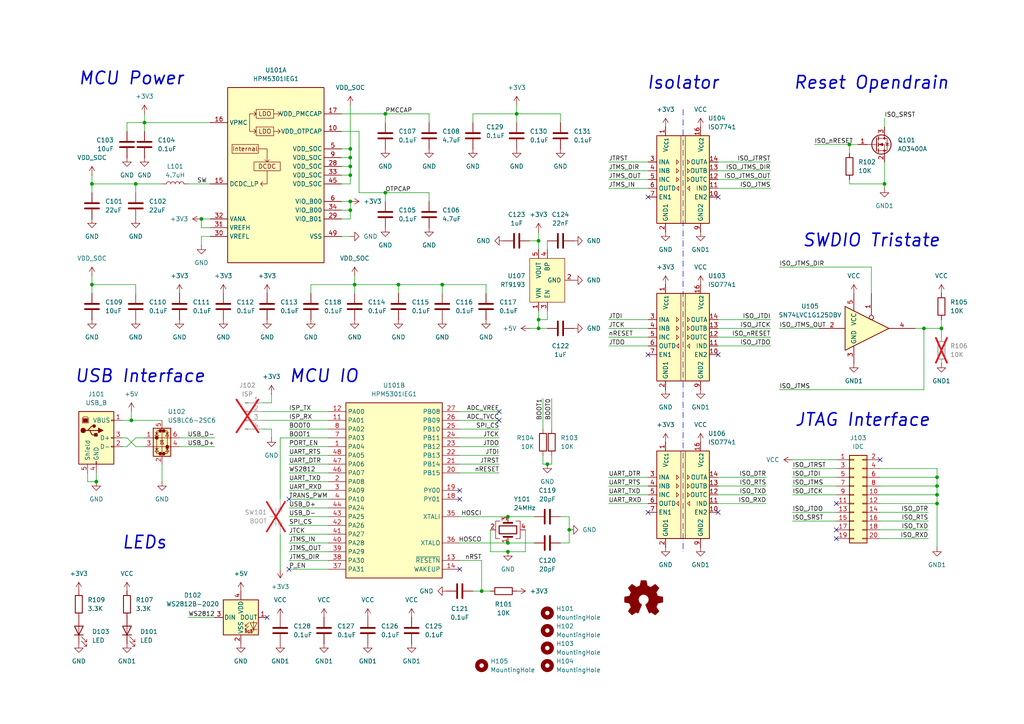
<source format=kicad_sch>
(kicad_sch (version 20250114) (generator "eeschema") (generator_version "9.0")
  (paper "A4")
  (text "JTAG Interface" (at 250.19 121.92 0) (effects (font (size 3.62 3.62) (thickness 0.4525) (italic yes))))
  (text "Isolator" (at 198.12 24.13 0) (effects (font (size 3.62 3.62) (thickness 0.4525) (italic yes))))
  (text "USB Interface" (at 40.64 109.22 0) (effects (font (size 3.62 3.62) (thickness 0.4525) (italic yes))))
  (text "Reset Opendrain" (at 252.73 24.13 0) (effects (font (size 3.62 3.62) (thickness 0.4525) (italic yes))))
  (text "MCU Power" (at 38.1 22.86 0) (effects (font (size 3.62 3.62) (thickness 0.4525) (italic yes))))
  (text "MCU IO" (at 93.98 109.22 0) (effects (font (size 3.62 3.62) (thickness 0.4525) (italic yes))))
  (text "SWDIO Tristate" (at 252.73 69.85 0) (effects (font (size 3.62 3.62) (thickness 0.4525) (italic yes))))
  (text "LEDs" (at 41.91 157.48 0) (effects (font (size 3.62 3.62) (thickness 0.4525) (italic yes))))
  (junction (at 101.6 48.26))
  (junction (at 115.57 82.55))
  (junction (at 271.78 146.05))
  (junction (at 271.78 138.43))
  (junction (at 256.54 53.34))
  (junction (at 271.78 140.97))
  (junction (at 26.67 82.55))
  (junction (at 273.05 95.25))
  (junction (at 101.6 58.42))
  (junction (at 139.7 171.45))
  (junction (at 158.75 134.62))
  (junction (at 102.87 82.55))
  (junction (at 41.91 35.56))
  (junction (at 147.32 149.86))
  (junction (at 271.78 143.51))
  (junction (at 101.6 50.8))
  (junction (at 156.21 95.25))
  (junction (at 111.76 33.02))
  (junction (at 101.6 60.96))
  (junction (at 165.1 153.67))
  (junction (at 128.27 82.55))
  (junction (at 147.32 160.02))
  (junction (at 101.6 45.72))
  (junction (at 111.76 55.88))
  (junction (at 149.86 33.02))
  (junction (at 101.6 43.18))
  (junction (at 58.42 63.5))
  (junction (at 39.37 53.34))
  (junction (at 27.94 139.7))
  (junction (at 156.21 69.85))
  (junction (at 246.38 41.91))
  (junction (at 147.32 157.48))
  (junction (at 38.1 121.92))
  (junction (at 267.97 95.25))
  (junction (at 26.67 53.34))
  (junction (at 156.21 92.71))
  (no_connect (at 83.82 144.78))
  (no_connect (at 187.96 148.59))
  (no_connect (at 133.35 142.24))
  (no_connect (at 208.28 102.87))
  (no_connect (at 208.28 148.59))
  (no_connect (at 187.96 57.15))
  (no_connect (at 242.57 146.05))
  (no_connect (at 208.28 57.15))
  (no_connect (at 144.78 121.92))
  (no_connect (at 133.35 165.1))
  (no_connect (at 133.35 144.78))
  (no_connect (at 187.96 102.87))
  (no_connect (at 242.57 153.67))
  (no_connect (at 144.78 119.38))
  (no_connect (at 83.82 165.1))
  (no_connect (at 255.27 133.35))
  (no_connect (at 242.57 156.21))
  (no_connect (at 77.47 179.07))
  (wire (pts (xy 139.7 171.45) (xy 142.24 171.45)))
  (wire (pts (xy 208.28 140.97) (xy 222.25 140.97)))
  (wire (pts (xy 142.24 160.02) (xy 147.32 160.02)))
  (wire (pts (xy 111.76 33.02) (xy 124.46 33.02)))
  (wire (pts (xy 41.91 127) (xy 39.37 127)))
  (wire (pts (xy 25.4 137.16) (xy 25.4 139.7)))
  (wire (pts (xy 271.78 143.51) (xy 271.78 146.05)))
  (wire (pts (xy 156.21 69.85) (xy 156.21 67.31)))
  (wire (pts (xy 226.06 77.47) (xy 252.73 77.47)))
  (wire (pts (xy 256.54 53.34) (xy 256.54 46.99)))
  (wire (pts (xy 83.82 157.48) (xy 95.25 157.48)))
  (wire (pts (xy 176.53 140.97) (xy 187.96 140.97)))
  (wire (pts (xy 226.06 95.25) (xy 237.49 95.25)))
  (wire (pts (xy 115.57 82.55) (xy 102.87 82.55)))
  (wire (pts (xy 176.53 52.07) (xy 187.96 52.07)))
  (wire (pts (xy 160.02 115.57) (xy 160.02 124.46)))
  (wire (pts (xy 144.78 124.46) (xy 133.35 124.46)))
  (wire (pts (xy 246.38 41.91) (xy 248.92 41.91)))
  (wire (pts (xy 255.27 143.51) (xy 271.78 143.51)))
  (wire (pts (xy 255.27 148.59) (xy 269.24 148.59)))
  (wire (pts (xy 187.96 100.33) (xy 176.53 100.33)))
  (wire (pts (xy 208.28 95.25) (xy 223.52 95.25)))
  (wire (pts (xy 99.06 50.8) (xy 101.6 50.8)))
  (wire (pts (xy 137.16 171.45) (xy 139.7 171.45)))
  (wire (pts (xy 223.52 49.53) (xy 208.28 49.53)))
  (wire (pts (xy 149.86 33.02) (xy 137.16 33.02)))
  (wire (pts (xy 83.82 147.32) (xy 95.25 147.32)))
  (wire (pts (xy 60.96 66.04) (xy 58.42 66.04)))
  (wire (pts (xy 208.28 54.61) (xy 223.52 54.61)))
  (wire (pts (xy 41.91 35.56) (xy 41.91 38.1)))
  (wire (pts (xy 157.48 132.08) (xy 157.48 134.62)))
  (wire (pts (xy 81.28 127) (xy 95.25 127)))
  (wire (pts (xy 156.21 92.71) (xy 158.75 92.71)))
  (wire (pts (xy 78.74 114.3) (xy 78.74 116.84)))
  (wire (pts (xy 83.82 124.46) (xy 95.25 124.46)))
  (wire (pts (xy 162.56 35.56) (xy 162.56 33.02)))
  (wire (pts (xy 76.2 119.38) (xy 95.25 119.38)))
  (wire (pts (xy 58.42 66.04) (xy 58.42 63.5)))
  (polyline (pts (xy 198.12 31.75) (xy 198.12 160.02)) (stroke (width 0) (type dash_dot)))
  (wire (pts (xy 273.05 92.71) (xy 273.05 95.25)))
  (wire (pts (xy 36.83 127) (xy 39.37 129.54)))
  (wire (pts (xy 58.42 68.58) (xy 58.42 71.12)))
  (wire (pts (xy 229.87 148.59) (xy 242.57 148.59)))
  (wire (pts (xy 187.96 46.99) (xy 176.53 46.99)))
  (wire (pts (xy 156.21 95.25) (xy 156.21 92.71)))
  (wire (pts (xy 252.73 85.09) (xy 252.73 77.47)))
  (wire (pts (xy 99.06 43.18) (xy 101.6 43.18)))
  (wire (pts (xy 124.46 33.02) (xy 124.46 35.56)))
  (wire (pts (xy 111.76 55.88) (xy 111.76 58.42)))
  (wire (pts (xy 267.97 95.25) (xy 267.97 113.03)))
  (wire (pts (xy 83.82 154.94) (xy 95.25 154.94)))
  (wire (pts (xy 38.1 119.38) (xy 38.1 121.92)))
  (wire (pts (xy 149.86 33.02) (xy 149.86 35.56)))
  (wire (pts (xy 176.53 143.51) (xy 187.96 143.51)))
  (wire (pts (xy 26.67 53.34) (xy 39.37 53.34)))
  (wire (pts (xy 208.28 146.05) (xy 222.25 146.05)))
  (wire (pts (xy 83.82 137.16) (xy 95.25 137.16)))
  (wire (pts (xy 26.67 82.55) (xy 26.67 85.09)))
  (wire (pts (xy 39.37 53.34) (xy 46.99 53.34)))
  (wire (pts (xy 133.35 121.92) (xy 144.78 121.92)))
  (wire (pts (xy 236.22 41.91) (xy 246.38 41.91)))
  (wire (pts (xy 156.21 72.39) (xy 156.21 69.85)))
  (wire (pts (xy 165.1 153.67) (xy 165.1 157.48)))
  (wire (pts (xy 99.06 63.5) (xy 101.6 63.5)))
  (wire (pts (xy 140.97 85.09) (xy 140.97 82.55)))
  (wire (pts (xy 102.87 80.01) (xy 102.87 82.55)))
  (wire (pts (xy 39.37 129.54) (xy 41.91 129.54)))
  (wire (pts (xy 137.16 33.02) (xy 137.16 35.56)))
  (wire (pts (xy 58.42 63.5) (xy 60.96 63.5)))
  (wire (pts (xy 78.74 116.84) (xy 76.2 116.84)))
  (wire (pts (xy 255.27 138.43) (xy 271.78 138.43)))
  (wire (pts (xy 124.46 58.42) (xy 124.46 55.88)))
  (wire (pts (xy 256.54 54.61) (xy 256.54 53.34)))
  (wire (pts (xy 176.53 54.61) (xy 187.96 54.61)))
  (wire (pts (xy 149.86 30.48) (xy 149.86 33.02)))
  (wire (pts (xy 147.32 157.48) (xy 154.94 157.48)))
  (wire (pts (xy 81.28 165.1) (xy 81.28 154.94)))
  (wire (pts (xy 101.6 63.5) (xy 101.6 60.96)))
  (wire (pts (xy 176.53 138.43) (xy 187.96 138.43)))
  (wire (pts (xy 271.78 140.97) (xy 271.78 143.51)))
  (wire (pts (xy 165.1 149.86) (xy 165.1 153.67)))
  (wire (pts (xy 104.14 38.1) (xy 99.06 38.1)))
  (wire (pts (xy 133.35 129.54) (xy 144.78 129.54)))
  (wire (pts (xy 26.67 53.34) (xy 26.67 55.88)))
  (wire (pts (xy 83.82 149.86) (xy 95.25 149.86)))
  (wire (pts (xy 265.43 95.25) (xy 267.97 95.25)))
  (wire (pts (xy 271.78 135.89) (xy 271.78 138.43)))
  (wire (pts (xy 78.74 127) (xy 78.74 124.46)))
  (wire (pts (xy 99.06 53.34) (xy 101.6 53.34)))
  (wire (pts (xy 153.67 95.25) (xy 156.21 95.25)))
  (wire (pts (xy 273.05 95.25) (xy 273.05 97.79)))
  (wire (pts (xy 35.56 127) (xy 36.83 127)))
  (wire (pts (xy 229.87 140.97) (xy 242.57 140.97)))
  (wire (pts (xy 255.27 146.05) (xy 271.78 146.05)))
  (wire (pts (xy 26.67 80.01) (xy 26.67 82.55)))
  (wire (pts (xy 229.87 133.35) (xy 242.57 133.35)))
  (wire (pts (xy 83.82 162.56) (xy 95.25 162.56)))
  (wire (pts (xy 158.75 92.71) (xy 158.75 90.17)))
  (wire (pts (xy 160.02 134.62) (xy 158.75 134.62)))
  (wire (pts (xy 99.06 68.58) (xy 101.6 68.58)))
  (wire (pts (xy 142.24 153.67) (xy 142.24 160.02)))
  (wire (pts (xy 246.38 53.34) (xy 256.54 53.34)))
  (wire (pts (xy 115.57 82.55) (xy 115.57 85.09)))
  (wire (pts (xy 255.27 151.13) (xy 269.24 151.13)))
  (wire (pts (xy 99.06 45.72) (xy 101.6 45.72)))
  (wire (pts (xy 246.38 41.91) (xy 246.38 44.45)))
  (wire (pts (xy 52.07 127) (xy 62.23 127)))
  (wire (pts (xy 229.87 138.43) (xy 242.57 138.43)))
  (wire (pts (xy 52.07 129.54) (xy 62.23 129.54)))
  (wire (pts (xy 133.35 162.56) (xy 139.7 162.56)))
  (wire (pts (xy 256.54 34.29) (xy 256.54 36.83)))
  (wire (pts (xy 83.82 129.54) (xy 95.25 129.54)))
  (wire (pts (xy 83.82 132.08) (xy 95.25 132.08)))
  (wire (pts (xy 99.06 33.02) (xy 111.76 33.02)))
  (wire (pts (xy 147.32 160.02) (xy 152.4 160.02)))
  (wire (pts (xy 229.87 151.13) (xy 242.57 151.13)))
  (wire (pts (xy 78.74 124.46) (xy 76.2 124.46)))
  (wire (pts (xy 90.17 82.55) (xy 90.17 85.09)))
  (wire (pts (xy 101.6 48.26) (xy 101.6 45.72)))
  (wire (pts (xy 99.06 60.96) (xy 101.6 60.96)))
  (wire (pts (xy 255.27 153.67) (xy 269.24 153.67)))
  (wire (pts (xy 128.27 82.55) (xy 128.27 85.09)))
  (wire (pts (xy 133.35 119.38) (xy 144.78 119.38)))
  (wire (pts (xy 128.27 82.55) (xy 115.57 82.55)))
  (wire (pts (xy 165.1 157.48) (xy 162.56 157.48)))
  (wire (pts (xy 271.78 146.05) (xy 271.78 158.75)))
  (wire (pts (xy 187.96 97.79) (xy 176.53 97.79)))
  (wire (pts (xy 83.82 165.1) (xy 95.25 165.1)))
  (wire (pts (xy 140.97 82.55) (xy 128.27 82.55)))
  (wire (pts (xy 101.6 60.96) (xy 101.6 58.42)))
  (wire (pts (xy 208.28 138.43) (xy 222.25 138.43)))
  (wire (pts (xy 39.37 85.09) (xy 39.37 82.55)))
  (wire (pts (xy 176.53 95.25) (xy 187.96 95.25)))
  (wire (pts (xy 99.06 58.42) (xy 101.6 58.42)))
  (wire (pts (xy 208.28 52.07) (xy 223.52 52.07)))
  (wire (pts (xy 102.87 82.55) (xy 102.87 85.09)))
  (wire (pts (xy 83.82 152.4) (xy 95.25 152.4)))
  (wire (pts (xy 162.56 149.86) (xy 165.1 149.86)))
  (wire (pts (xy 36.83 35.56) (xy 41.91 35.56)))
  (wire (pts (xy 153.67 69.85) (xy 156.21 69.85)))
  (wire (pts (xy 271.78 138.43) (xy 271.78 140.97)))
  (wire (pts (xy 255.27 135.89) (xy 271.78 135.89)))
  (wire (pts (xy 81.28 127) (xy 81.28 144.78)))
  (wire (pts (xy 27.94 139.7) (xy 27.94 137.16)))
  (wire (pts (xy 139.7 162.56) (xy 139.7 171.45)))
  (wire (pts (xy 229.87 143.51) (xy 242.57 143.51)))
  (wire (pts (xy 152.4 160.02) (xy 152.4 153.67)))
  (wire (pts (xy 133.35 127) (xy 144.78 127)))
  (wire (pts (xy 39.37 53.34) (xy 39.37 55.88)))
  (wire (pts (xy 160.02 132.08) (xy 160.02 134.62)))
  (wire (pts (xy 162.56 33.02) (xy 149.86 33.02)))
  (wire (pts (xy 83.82 139.7) (xy 95.25 139.7)))
  (wire (pts (xy 35.56 129.54) (xy 36.83 129.54)))
  (wire (pts (xy 255.27 156.21) (xy 269.24 156.21)))
  (wire (pts (xy 208.28 100.33) (xy 223.52 100.33)))
  (wire (pts (xy 208.28 46.99) (xy 223.52 46.99)))
  (wire (pts (xy 26.67 50.8) (xy 26.67 53.34)))
  (wire (pts (xy 246.38 52.07) (xy 246.38 53.34)))
  (wire (pts (xy 39.37 127) (xy 36.83 129.54)))
  (wire (pts (xy 111.76 55.88) (xy 124.46 55.88)))
  (wire (pts (xy 208.28 143.51) (xy 222.25 143.51)))
  (wire (pts (xy 158.75 69.85) (xy 158.75 72.39)))
  (wire (pts (xy 41.91 33.02) (xy 41.91 35.56)))
  (wire (pts (xy 133.35 157.48) (xy 147.32 157.48)))
  (wire (pts (xy 54.61 179.07) (xy 62.23 179.07)))
  (wire (pts (xy 176.53 49.53) (xy 187.96 49.53)))
  (wire (pts (xy 208.28 97.79) (xy 223.52 97.79)))
  (wire (pts (xy 229.87 135.89) (xy 242.57 135.89)))
  (wire (pts (xy 36.83 38.1) (xy 36.83 35.56)))
  (wire (pts (xy 158.75 95.25) (xy 156.21 95.25)))
  (wire (pts (xy 101.6 30.48) (xy 101.6 43.18)))
  (wire (pts (xy 133.35 134.62) (xy 144.78 134.62)))
  (wire (pts (xy 39.37 82.55) (xy 26.67 82.55)))
  (wire (pts (xy 83.82 144.78) (xy 95.25 144.78)))
  (wire (pts (xy 226.06 113.03) (xy 267.97 113.03)))
  (wire (pts (xy 133.35 149.86) (xy 147.32 149.86)))
  (wire (pts (xy 101.6 53.34) (xy 101.6 50.8)))
  (wire (pts (xy 157.48 115.57) (xy 157.48 124.46)))
  (wire (pts (xy 111.76 33.02) (xy 111.76 35.56)))
  (wire (pts (xy 60.96 68.58) (xy 58.42 68.58)))
  (wire (pts (xy 187.96 92.71) (xy 176.53 92.71)))
  (wire (pts (xy 83.82 160.02) (xy 95.25 160.02)))
  (wire (pts (xy 101.6 43.18) (xy 101.6 45.72)))
  (wire (pts (xy 147.32 149.86) (xy 154.94 149.86)))
  (wire (pts (xy 83.82 142.24) (xy 95.25 142.24)))
  (wire (pts (xy 25.4 139.7) (xy 27.94 139.7)))
  (wire (pts (xy 176.53 146.05) (xy 187.96 146.05)))
  (wire (pts (xy 208.28 92.71) (xy 223.52 92.71)))
  (wire (pts (xy 267.97 95.25) (xy 273.05 95.25)))
  (wire (pts (xy 255.27 140.97) (xy 271.78 140.97)))
  (wire (pts (xy 35.56 121.92) (xy 38.1 121.92)))
  (wire (pts (xy 104.14 55.88) (xy 104.14 38.1)))
  (wire (pts (xy 104.14 55.88) (xy 111.76 55.88)))
  (wire (pts (xy 99.06 48.26) (xy 101.6 48.26)))
  (wire (pts (xy 76.2 121.92) (xy 95.25 121.92)))
  (wire (pts (xy 158.75 134.62) (xy 157.48 134.62)))
  (wire (pts (xy 101.6 50.8) (xy 101.6 48.26)))
  (wire (pts (xy 46.99 134.62) (xy 46.99 139.7)))
  (wire (pts (xy 38.1 121.92) (xy 46.99 121.92)))
  (wire (pts (xy 102.87 82.55) (xy 90.17 82.55)))
  (wire (pts (xy 133.35 132.08) (xy 144.78 132.08)))
  (wire (pts (xy 83.82 134.62) (xy 95.25 134.62)))
  (wire (pts (xy 133.35 137.16) (xy 144.78 137.16)))
  (wire (pts (xy 41.91 35.56) (xy 60.96 35.56)))
  (wire (pts (xy 54.61 53.34) (xy 60.96 53.34)))
  (wire (pts (xy 156.21 92.71) (xy 156.21 90.17)))
  (label "BOOT1" (at 83.82 127 0))
  (label "ISO_RXD" (at 222.25 146.05 180))
  (label "UART_RTS" (at 83.82 132.08 0))
  (label "ISO_RTS" (at 222.25 140.97 180))
  (label "ISO_JTDI" (at 223.52 92.71 180) (effects (font (thickness 0.1588))))
  (label "ISO_JTCK" (at 223.52 95.25 180) (effects (font (thickness 0.1588))))
  (label "UART_RXD" (at 83.82 142.24 0))
  (label "UART_RTS" (at 176.53 140.97 0))
  (label "JTMS_OUT" (at 83.82 160.02 0))
  (label "JTMS_OUT" (at 176.53 52.07 0))
  (label "JTMS_DIR" (at 83.82 162.56 0))
  (label "ISO_SRST" (at 256.54 34.29 0) (effects (font (thickness 0.1588))))
  (label "ADC_TVCC" (at 144.78 121.92 180))
  (label "JTCK" (at 176.53 95.25 0))
  (label "UART_TXD" (at 176.53 143.51 0))
  (label "HOSCO" (at 139.7 157.48 180))
  (label "UART_TXD" (at 83.82 139.7 0))
  (label "TRANS_PWM" (at 83.82 144.78 0))
  (label "USB_D+" (at 62.23 129.54 180))
  (label "ISO_JTRST" (at 229.87 135.89 0) (effects (font (thickness 0.1588))))
  (label "JTCK" (at 144.78 127 180))
  (label "JTCK" (at 83.82 154.94 0))
  (label "JTMS_IN" (at 176.53 54.61 0))
  (label "ISO_JTMS" (at 229.87 140.97 0) (effects (font (thickness 0.1588))))
  (label "ISO_TXD" (at 269.24 153.67 180))
  (label "ISO_JTDI" (at 229.87 138.43 0) (effects (font (thickness 0.1588))))
  (label "UART_DTR" (at 83.82 134.62 0))
  (label "ISO_nRESET" (at 236.22 41.91 0) (effects (font (thickness 0.1588))))
  (label "JTDI" (at 176.53 92.71 0))
  (label "ISO_JTCK" (at 229.87 143.51 0) (effects (font (thickness 0.1588))))
  (label "JTRST" (at 176.53 46.99 0))
  (label "WS2812" (at 83.82 137.16 0))
  (label "P_EN" (at 83.82 165.1 0))
  (label "HOSCI" (at 139.7 149.86 180))
  (label "UART_RXD" (at 176.53 146.05 0))
  (label "ISO_RXD" (at 269.24 156.21 180))
  (label "ISO_JTMS_OUT" (at 226.06 95.25 0))
  (label "USB_D+" (at 83.82 147.32 0))
  (label "nRESET" (at 176.53 97.79 0))
  (label "ISO_JTMS" (at 223.52 54.61 180) (effects (font (thickness 0.1588))))
  (label "ISO_SRST" (at 229.87 151.13 0) (effects (font (thickness 0.1588))))
  (label "ISO_DTR" (at 222.25 138.43 180))
  (label "OTPCAP" (at 111.76 55.88 0))
  (label "ISP_TX" (at 83.82 119.38 0))
  (label "PMCCAP" (at 111.76 33.02 0))
  (label "JTDO" (at 144.78 129.54 180))
  (label "SPI_CS" (at 83.82 152.4 0))
  (label "ISO_JTMS_OUT" (at 223.52 52.07 180))
  (label "USB_D-" (at 62.23 127 180))
  (label "JTDO" (at 176.53 100.33 0))
  (label "ISO_RTS" (at 269.24 151.13 180))
  (label "BOOT0" (at 83.82 124.46 0))
  (label "JTRST" (at 144.78 134.62 180))
  (label "BOOT1" (at 157.48 115.57 270))
  (label "SPI_CS" (at 144.78 124.46 180))
  (label "BOOT0" (at 160.02 115.57 270))
  (label "nRESET" (at 144.78 137.16 180))
  (label "ISO_JTMS_DIR" (at 226.06 77.47 0))
  (label "JTMS_IN" (at 83.82 157.48 0))
  (label "ISO_JTMS_DIR" (at 223.52 49.53 180))
  (label "SW" (at 57.15 53.34 0))
  (label "ADC_VREF" (at 144.78 119.38 180))
  (label "UART_DTR" (at 176.53 138.43 0))
  (label "ISO_JTRST" (at 223.52 46.99 180) (effects (font (thickness 0.1588))))
  (label "ISO_TXD" (at 222.25 143.51 180))
  (label "ISO_DTR" (at 269.24 148.59 180))
  (label "ISP_RX" (at 83.82 121.92 0))
  (label "PORT_EN" (at 83.82 129.54 0))
  (label "ISO_JTMS" (at 226.06 113.03 0) (effects (font (thickness 0.1588))))
  (label "ISO_JTDO" (at 229.87 148.59 0) (effects (font (thickness 0.1588))))
  (label "WS2812" (at 54.61 179.07 0))
  (label "ISO_JTDO" (at 223.52 100.33 180) (effects (font (thickness 0.1588))))
  (label "JTMS_DIR" (at 176.53 49.53 0))
  (label "nRST" (at 139.7 162.56 180))
  (label "JTDI" (at 144.78 132.08 180))
  (label "ISO_nRESET" (at 223.52 97.79 180) (effects (font (thickness 0.1588))))
  (label "USB_D-" (at 83.82 149.86 0))
  (symbol (lib_id "power:GND") (at 64.77 92.71 0) (unit 1)
    (property "Reference" "#PWR0119" (effects (hide yes)))
    (property "Value" "GND" (at 64.77 97.79 0))
    (property "Description" "Power symbol creates a global label with name \"GND\" , ground" (effects (hide yes)))
  )
  (symbol (lib_id "Device:C") (at 111.76 39.37 0) (unit 1)
    (property "Reference" "C107" (at 115.57 38.0999 0) (effects (justify left)))
    (property "Value" "0.1uF" (at 115.57 40.6399 0) (effects (justify left)))
    (property "Footprint" "Capacitor_SMD:C_0603_1608Metric" (effects (hide yes)))
    (property "Description" "Unpolarized capacitor" (effects (hide yes)))
  )
  (symbol (lib_id "power:GND") (at 137.16 43.18 0) (unit 1)
    (property "Reference" "#PWR0178" (effects (hide yes)))
    (property "Value" "GND" (at 137.16 48.26 0))
    (property "Description" "Power symbol creates a global label with name \"GND\" , ground" (effects (hide yes)))
  )
  (symbol (lib_id "Device:C") (at 124.46 62.23 0) (unit 1)
    (property "Reference" "C106" (at 128.27 60.9599 0) (effects (justify left)))
    (property "Value" "4.7uF" (at 128.27 63.4999 0) (effects (justify left)))
    (property "Footprint" "Capacitor_SMD:C_0603_1608Metric" (effects (hide yes)))
    (property "Description" "Unpolarized capacitor" (effects (hide yes)))
  )
  (symbol (lib_id "power:+3V3") (at 149.86 30.48 0) (unit 1)
    (property "Reference" "#PWR0181" (effects (hide yes)))
    (property "Value" "+3V3" (at 149.86 25.4 0))
    (property "Description" "Power symbol creates a global label with name \"+3V3\"" (effects (hide yes)))
  )
  (symbol (lib_id "power:GND1") (at 119.38 186.69 0) (unit 1)
    (property "Reference" "#PWR0171" (effects (hide yes)))
    (property "Value" "GND1" (at 119.38 191.77 0))
    (property "Description" "Power symbol creates a global label with name \"GND1\" , ground" (effects (hide yes)))
  )
  (symbol (lib_id "Device:LED") (at 22.86 182.88 90) (unit 1)
    (property "Reference" "D103" (at 26.67 183.1974 90) (effects (justify right)))
    (property "Value" "LED" (at 26.67 185.7374 90) (effects (justify right)))
    (property "Footprint" "LED_SMD:LED_0603_1608Metric" (effects (hide yes)))
    (property "Description" "Light emitting diode" (effects (hide yes)))
    (property "Sim.Pins" "1=K 2=A" (effects (hide yes)))
  )
  (symbol (lib_id "power:GND") (at 149.86 43.18 0) (unit 1)
    (property "Reference" "#PWR0179" (effects (hide yes)))
    (property "Value" "GND" (at 149.86 48.26 0))
    (property "Description" "Power symbol creates a global label with name \"GND\" , ground" (effects (hide yes)))
  )
  (symbol (lib_id "power:+3V3") (at 52.07 85.09 0) (unit 1)
    (property "Reference" "#PWR0116" (effects (hide yes)))
    (property "Value" "+3V3" (at 52.07 80.01 0))
    (property "Description" "Power symbol creates a global label with name \"+3V3\"" (effects (hide yes)))
  )
  (symbol (lib_id "power:VDD") (at 26.67 80.01 0) (unit 1)
    (property "Reference" "#PWR03" (effects (hide yes)))
    (property "Value" "VDD_SOC" (at 26.67 74.93 0))
    (property "Description" "Power symbol creates a global label with name \"VDD_SOC\"" (effects (hide yes)))
  )
  (symbol (lib_id "power:GND") (at 146.05 69.85 270) (unit 1)
    (property "Reference" "#PWR0163" (effects (hide yes)))
    (property "Value" "GND" (at 142.24 69.8499 90) (effects (justify right)))
    (property "Description" "Power symbol creates a global label with name \"GND\" , ground" (effects (hide yes)))
  )
  (symbol (lib_id "Device:LED") (at 36.83 182.88 90) (unit 1)
    (property "Reference" "D101" (at 40.64 183.1974 90) (effects (justify right)))
    (property "Value" "LED" (at 40.64 185.7374 90) (effects (justify right)))
    (property "Footprint" "LED_SMD:LED_0603_1608Metric" (effects (hide yes)))
    (property "Description" "Light emitting diode" (effects (hide yes)))
    (property "Sim.Pins" "1=K 2=A" (effects (hide yes)))
  )
  (symbol (lib_id "power:VCC") (at 203.2 36.83 0) (mirror y) (unit 1)
    (property "Reference" "#PWR0146" (effects (hide yes)))
    (property "Value" "VCC" (at 203.2 31.75 0))
    (property "Description" "Power symbol creates a global label with name \"VCC\"" (effects (hide yes)))
  )
  (symbol (lib_id "Isolator:ISO6741") (at 198.12 143.51 0) (unit 1)
    (property "Reference" "U106" (at 205.3433 125.73 0) (effects (justify left)))
    (property "Value" "ISO7741" (at 205.3433 128.27 0) (effects (justify left)))
    (property "Footprint" "Package_SO:QSOP-16_3.9x4.9mm_P0.635mm" (effects (hide yes)))
    (property "Datasheet" "https://www.ti.com/lit/ds/symlink/iso6741.pdf" (effects (hide yes)))
    (property "Description" "General-purpose, quad-channel, 3/1 digital isolator" (effects (hide yes)))
  )
  (symbol (lib_id "power:VCC") (at 93.98 179.07 0) (unit 1)
    (property "Reference" "#PWR0174" (effects (hide yes)))
    (property "Value" "VCC" (at 93.98 173.99 0))
    (property "Description" "Power symbol creates a global label with name \"VCC\"" (effects (hide yes)))
  )
  (symbol (lib_id "power:+3V3") (at 193.04 128.27 0) (mirror y) (unit 1)
    (property "Reference" "#PWR0154" (effects (hide yes)))
    (property "Value" "+3V3" (at 193.04 123.19 0))
    (property "Description" "Power symbol creates a global label with name \"+3V3\"" (effects (hide yes)))
  )
  (symbol (lib_id "power:GND1") (at 93.98 186.69 0) (unit 1)
    (property "Reference" "#PWR0175" (effects (hide yes)))
    (property "Value" "GND1" (at 93.98 191.77 0))
    (property "Description" "Power symbol creates a global label with name \"GND1\" , ground" (effects (hide yes)))
  )
  (symbol (lib_id "myLib:HPM5301IEG1") (at 80.01 50.8 0) (unit 1)
    (property "Reference" "U101" (at 80.01 20.32 0))
    (property "Value" "HPM5301IEG1" (at 80.01 22.86 0))
    (property "Footprint" "Package_DFN_QFN:QFN-48-1EP_6x6mm_P0.4mm_EP4.2x4.2mm" (effects (hide yes)))
    (property "Datasheet" "http://www.hpmicro.com/down.aspx?DId=b9f427fc-7856-4897-8a2b-247d1845c1b1&LId=091cdc4f-0cbe-4040-87bc-79f1448ed356&SkipL=T" (effects (hide yes)))
    (property "Description" "Hpmicro High Performance Motion Control MCU, QFN48" (effects (hide yes)))
  )
  (symbol (lib_id "Device:R") (at 36.83 175.26 0) (unit 1)
    (property "Reference" "R107" (at 39.37 173.9899 0) (effects (justify left)))
    (property "Value" "3.3K" (at 39.37 176.5299 0) (effects (justify left)))
    (property "Footprint" "Resistor_SMD:R_0603_1608Metric" (effects (hide yes)))
    (property "Description" "Resistor" (effects (hide yes)))
  )
  (symbol (lib_id "power:GND1") (at 256.54 54.61 0) (unit 1)
    (property "Reference" "#PWR0157" (effects (hide yes)))
    (property "Value" "GND1" (at 256.54 59.69 0))
    (property "Description" "Power symbol creates a global label with name \"GND1\" , ground" (effects (hide yes)))
  )
  (symbol (lib_id "power:GND") (at 26.67 63.5 0) (unit 1)
    (property "Reference" "#PWR0105" (effects (hide yes)))
    (property "Value" "GND" (at 26.67 68.58 0))
    (property "Description" "Power symbol creates a global label with name \"GND\" , ground" (effects (hide yes)))
  )
  (symbol (lib_id "power:GND1") (at 273.05 105.41 0) (unit 1)
    (property "Reference" "#PWR0165" (effects (hide yes)))
    (property "Value" "GND1" (at 273.05 110.49 0))
    (property "Description" "Power symbol creates a global label with name \"GND1\" , ground" (effects (hide yes)))
  )
  (symbol (lib_id "Device:C") (at 64.77 88.9 0) (unit 1)
    (property "Reference" "C112" (at 68.58 87.6299 0) (effects (justify left)))
    (property "Value" "0.1uF" (at 68.58 90.1699 0) (effects (justify left)))
    (property "Footprint" "Capacitor_SMD:C_0603_1608Metric" (effects (hide yes)))
    (property "Description" "Unpolarized capacitor" (effects (hide yes)))
  )
  (symbol (lib_id "Graphic:Logo_Open_Hardware_Small") (at 186.69 173.99 0) (unit 1) (in_bom no)
    (property "Reference" "#SYM101" (effects (hide yes)))
    (property "Value" "Logo_Open_Hardware_Small" (effects (hide yes)))
    (property "Footprint" "Symbol:OSHW-Symbol_6.7x6mm_SilkScreen" (effects (hide yes)))
    (property "Description" "Open Hardware logo, small" (effects (hide yes)))
    (property "Sim.Enable" "0" (effects (hide yes)))
  )
  (symbol (lib_id "myLib:RT9193") (at 158.75 81.28 90) (unit 1)
    (property "Reference" "U107" (at 152.4 80.0099 90) (effects (justify left)))
    (property "Value" "RT9193" (at 152.4 82.5499 90) (effects (justify left)))
    (property "Footprint" "Package_TO_SOT_SMD:SOT-23-5" (effects (hide yes)))
  )
  (symbol (lib_id "power:+5V") (at 38.1 119.38 0) (unit 1)
    (property "Reference" "#PWR0133" (effects (hide yes)))
    (property "Value" "+5V" (at 38.1 114.3 0))
    (property "Description" "Power symbol creates a global label with name \"+5V\"" (effects (hide yes)))
  )
  (symbol (lib_id "Mechanical:MountingHole") (at 139.7 193.04 0) (unit 1) (in_bom no)
    (property "Reference" "H105" (at 142.24 191.7699 0) (effects (justify left)))
    (property "Value" "MountingHole" (at 142.24 194.3099 0) (effects (justify left)))
    (property "Footprint" "myLib:MountingHole_3.2mm_M3" (effects (hide yes)))
    (property "Description" "Mounting Hole without connection" (effects (hide yes)))
  )
  (symbol (lib_id "Device:R") (at 273.05 101.6 180) (unit 1) (in_bom no) (dnp yes)
    (property "Reference" "R106" (at 275.59 100.3299 0) (effects (justify right)))
    (property "Value" "10K" (at 275.59 102.8699 0) (effects (justify right)))
    (property "Footprint" "Resistor_SMD:R_0603_1608Metric" (effects (hide yes)))
    (property "Description" "Resistor" (effects (hide yes)))
  )
  (symbol (lib_id "power:GND") (at 140.97 92.71 0) (unit 1)
    (property "Reference" "#PWR0125" (effects (hide yes)))
    (property "Value" "GND" (at 140.97 97.79 0))
    (property "Description" "Power symbol creates a global label with name \"GND\" , ground" (effects (hide yes)))
  )
  (symbol (lib_id "power:VCC") (at 203.2 82.55 0) (mirror y) (unit 1)
    (property "Reference" "#PWR0141" (effects (hide yes)))
    (property "Value" "VCC" (at 203.2 77.47 0))
    (property "Description" "Power symbol creates a global label with name \"VCC\"" (effects (hide yes)))
  )
  (symbol (lib_id "Mechanical:MountingHole") (at 158.75 177.8 0) (unit 1) (in_bom no)
    (property "Reference" "H101" (at 161.29 176.5299 0) (effects (justify left)))
    (property "Value" "MountingHole" (at 161.29 179.0699 0) (effects (justify left)))
    (property "Footprint" "myLib:MountingHole_2.2mm_M2" (effects (hide yes)))
    (property "Description" "Mounting Hole without connection" (effects (hide yes)))
  )
  (symbol (lib_id "power:GND") (at 193.04 158.75 0) (unit 1)
    (property "Reference" "#PWR0152" (effects (hide yes)))
    (property "Value" "GND" (at 193.04 163.83 0))
    (property "Description" "Power symbol creates a global label with name \"GND\" , ground" (effects (hide yes)))
  )
  (symbol (lib_id "Transistor_FET:AO3400A") (at 254 41.91 0) (unit 1)
    (property "Reference" "Q101" (at 260.35 40.6399 0) (effects (justify left)))
    (property "Value" "AO3400A" (at 260.35 43.1799 0) (effects (justify left)))
    (property "Footprint" "Package_TO_SOT_SMD:SOT-23" (effects (hide yes)))
    (property "Datasheet" "http://www.aosmd.com/pdfs/datasheet/AO3400A.pdf" (effects (hide yes)))
    (property "Description" "30V Vds, 5.7A Id, N-Channel MOSFET, SOT-23" (effects (hide yes)))
  )
  (symbol (lib_id "Device:Crystal_GND24") (at 147.32 153.67 90) (unit 1)
    (property "Reference" "Y101" (at 148.9711 144.78 90) (effects (justify right)))
    (property "Value" "24MHz" (at 148.9711 147.32 90) (effects (justify right)))
    (property "Footprint" "Crystal:Crystal_SMD_3225-4Pin_3.2x2.5mm" (effects (hide yes)))
    (property "Description" "Four pin crystal, GND on pins 2 and 4" (effects (hide yes)))
  )
  (symbol (lib_id "Mechanical:MountingHole") (at 158.75 193.04 0) (unit 1) (in_bom no)
    (property "Reference" "H104" (at 161.29 191.7699 0) (effects (justify left)))
    (property "Value" "MountingHole" (at 161.29 194.3099 0) (effects (justify left)))
    (property "Footprint" "myLib:MountingHole_2.2mm_M2" (effects (hide yes)))
    (property "Description" "Mounting Hole without connection" (effects (hide yes)))
  )
  (symbol (lib_id "Device:C") (at 26.67 88.9 0) (unit 1)
    (property "Reference" "C109" (at 30.48 87.6299 0) (effects (justify left)))
    (property "Value" "10uF" (at 30.48 90.1699 0) (effects (justify left)))
    (property "Footprint" "Capacitor_SMD:C_0805_2012Metric" (effects (hide yes)))
    (property "Description" "Unpolarized capacitor" (effects (hide yes)))
  )
  (symbol (lib_id "power:GND") (at 129.54 171.45 270) (unit 1)
    (property "Reference" "#PWR0129" (effects (hide yes)))
    (property "Value" "GND" (at 125.73 171.4499 90) (effects (justify right)))
    (property "Description" "Power symbol creates a global label with name \"GND\" , ground" (effects (hide yes)))
  )
  (symbol (lib_id "power:+3V3") (at 101.6 58.42 270) (unit 1)
    (property "Reference" "#PWR0101" (effects (hide yes)))
    (property "Value" "+3V3" (at 105.41 58.4199 90) (effects (justify left)))
    (property "Description" "Power symbol creates a global label with name \"+3V3\"" (effects (hide yes)))
  )
  (symbol (lib_id "Device:R") (at 160.02 128.27 0) (unit 1)
    (property "Reference" "R103" (at 162.56 126.9999 0) (effects (justify left)))
    (property "Value" "10K" (at 162.56 129.5399 0) (effects (justify left)))
    (property "Footprint" "Resistor_SMD:R_0603_1608Metric" (effects (hide yes)))
    (property "Description" "Resistor" (effects (hide yes)))
  )
  (symbol (lib_id "power:GND") (at 166.37 95.25 90) (unit 1)
    (property "Reference" "#PWR0162" (effects (hide yes)))
    (property "Value" "GND" (at 170.18 95.2499 90) (effects (justify right)))
    (property "Description" "Power symbol creates a global label with name \"GND\" , ground" (effects (hide yes)))
  )
  (symbol (lib_id "power:GND1") (at 81.28 186.69 0) (unit 1)
    (property "Reference" "#PWR0177" (effects (hide yes)))
    (property "Value" "GND1" (at 81.28 191.77 0))
    (property "Description" "Power symbol creates a global label with name \"GND1\" , ground" (effects (hide yes)))
  )
  (symbol (lib_id "power:GND") (at 193.04 113.03 0) (unit 1)
    (property "Reference" "#PWR0140" (effects (hide yes)))
    (property "Value" "GND" (at 193.04 118.11 0))
    (property "Description" "Power symbol creates a global label with name \"GND\" , ground" (effects (hide yes)))
  )
  (symbol (lib_id "power:+3V3") (at 156.21 67.31 0) (unit 1)
    (property "Reference" "#PWR0160" (effects (hide yes)))
    (property "Value" "+3V3" (at 156.21 62.23 0))
    (property "Description" "Power symbol creates a global label with name \"+3V3\"" (effects (hide yes)))
  )
  (symbol (lib_id "Connector_Generic:Conn_02x10_Odd_Even") (at 247.65 143.51 0) (unit 1)
    (property "Reference" "J103" (at 248.92 127 0))
    (property "Value" "IDC" (at 248.92 129.54 0))
    (property "Footprint" "Connector_IDC:IDC-Header_2x10_P2.54mm_Horizontal" (effects (hide yes)))
    (property "Description" "Generic connector, double row, 02x10, odd/even pin numbering scheme (row 1 odd numbers, row 2 even numbers), script generated (kicad-library-utils/schlib/autogen/connector/)" (effects (hide yes)))
  )
  (symbol (lib_id "power:GND") (at 26.67 92.71 0) (unit 1)
    (property "Reference" "#PWR0114" (effects (hide yes)))
    (property "Value" "GND" (at 26.67 97.79 0))
    (property "Description" "Power symbol creates a global label with name \"GND\" , ground" (effects (hide yes)))
  )
  (symbol (lib_id "Device:C") (at 119.38 182.88 0) (unit 1)
    (property "Reference" "C125" (at 123.19 181.6099 0) (effects (justify left)))
    (property "Value" "0.1uF" (at 123.19 184.1499 0) (effects (justify left)))
    (property "Footprint" "Capacitor_SMD:C_0603_1608Metric" (effects (hide yes)))
    (property "Description" "Unpolarized capacitor" (effects (hide yes)))
  )
  (symbol (lib_id "power:+3V3") (at 193.04 36.83 0) (mirror y) (unit 1)
    (property "Reference" "#PWR0144" (effects (hide yes)))
    (property "Value" "+3V3" (at 193.04 31.75 0))
    (property "Description" "Power symbol creates a global label with name \"+3V3\"" (effects (hide yes)))
  )
  (symbol (lib_id "power:VCC") (at 119.38 179.07 0) (unit 1)
    (property "Reference" "#PWR0170" (effects (hide yes)))
    (property "Value" "VCC" (at 119.38 173.99 0))
    (property "Description" "Power symbol creates a global label with name \"VCC\"" (effects (hide yes)))
  )
  (symbol (lib_id "Device:C") (at 149.86 39.37 0) (unit 1)
    (property "Reference" "C130" (at 153.67 38.0999 0) (effects (justify left)))
    (property "Value" "0.1uF" (at 153.67 40.6399 0) (effects (justify left)))
    (property "Footprint" "Capacitor_SMD:C_0603_1608Metric" (effects (hide yes)))
    (property "Description" "Unpolarized capacitor" (effects (hide yes)))
  )
  (symbol (lib_id "Device:C") (at 52.07 88.9 0) (unit 1)
    (property "Reference" "C111" (at 55.88 87.6299 0) (effects (justify left)))
    (property "Value" "0.1uF" (at 55.88 90.1699 0) (effects (justify left)))
    (property "Footprint" "Capacitor_SMD:C_0603_1608Metric" (effects (hide yes)))
    (property "Description" "Unpolarized capacitor" (effects (hide yes)))
  )
  (symbol (lib_id "Device:C") (at 162.56 39.37 0) (unit 1)
    (property "Reference" "C131" (at 166.37 38.0999 0) (effects (justify left)))
    (property "Value" "0.1uF" (at 166.37 40.6399 0) (effects (justify left)))
    (property "Footprint" "Capacitor_SMD:C_0603_1608Metric" (effects (hide yes)))
    (property "Description" "Unpolarized capacitor" (effects (hide yes)))
  )
  (symbol (lib_id "Device:R") (at 246.38 48.26 180) (unit 1)
    (property "Reference" "R102" (at 248.92 46.9899 0) (effects (justify right)))
    (property "Value" "10K" (at 248.92 49.5299 0) (effects (justify right)))
    (property "Footprint" "Resistor_SMD:R_0603_1608Metric" (effects (hide yes)))
    (property "Description" "Resistor" (effects (hide yes)))
  )
  (symbol (lib_id "Device:C") (at 115.57 88.9 0) (unit 1)
    (property "Reference" "C115" (at 119.38 87.6299 0) (effects (justify left)))
    (property "Value" "0.1uF" (at 119.38 90.1699 0) (effects (justify left)))
    (property "Footprint" "Capacitor_SMD:C_0603_1608Metric" (effects (hide yes)))
    (property "Description" "Unpolarized capacitor" (effects (hide yes)))
  )
  (symbol (lib_id "power:VCC") (at 273.05 85.09 0) (unit 1)
    (property "Reference" "#PWR0150" (effects (hide yes)))
    (property "Value" "VCC" (at 273.05 80.01 0))
    (property "Description" "Power symbol creates a global label with name \"VCC\"" (effects (hide yes)))
  )
  (symbol (lib_id "power:GND") (at 128.27 92.71 0) (unit 1)
    (property "Reference" "#PWR0124" (effects (hide yes)))
    (property "Value" "GND" (at 128.27 97.79 0))
    (property "Description" "Power symbol creates a global label with name \"GND\" , ground" (effects (hide yes)))
  )
  (symbol (lib_id "power:GND") (at 27.94 139.7 0) (unit 1)
    (property "Reference" "#PWR0132" (effects (hide yes)))
    (property "Value" "GND" (at 27.94 144.78 0))
    (property "Description" "Power symbol creates a global label with name \"GND\" , ground" (effects (hide yes)))
  )
  (symbol (lib_id "power:VCC") (at 203.2 128.27 0) (mirror y) (unit 1)
    (property "Reference" "#PWR0155" (effects (hide yes)))
    (property "Value" "VCC" (at 203.2 123.19 0))
    (property "Description" "Power symbol creates a global label with name \"VCC\"" (effects (hide yes)))
  )
  (symbol (lib_id "power:GND") (at 101.6 68.58 90) (unit 1)
    (property "Reference" "#PWR0102" (effects (hide yes)))
    (property "Value" "GND" (at 105.41 68.5799 90) (effects (justify right)))
    (property "Description" "Power symbol creates a global label with name \"GND\" , ground" (effects (hide yes)))
  )
  (symbol (lib_id "power:VDD") (at 102.87 80.01 0) (unit 1)
    (property "Reference" "#PWR04" (effects (hide yes)))
    (property "Value" "VDD_SOC" (at 102.87 74.93 0))
    (property "Description" "Power symbol creates a global label with name \"VDD_SOC\"" (effects (hide yes)))
  )
  (symbol (lib_id "power:GND") (at 22.86 186.69 0) (unit 1)
    (property "Reference" "#PWR0166" (effects (hide yes)))
    (property "Value" "GND" (at 22.86 191.77 0))
    (property "Description" "Power symbol creates a global label with name \"GND\" , ground" (effects (hide yes)))
  )
  (symbol (lib_id "power:+3V3") (at 193.04 82.55 0) (mirror y) (unit 1)
    (property "Reference" "#PWR0139" (effects (hide yes)))
    (property "Value" "+3V3" (at 193.04 77.47 0))
    (property "Description" "Power symbol creates a global label with name \"+3V3\"" (effects (hide yes)))
  )
  (symbol (lib_id "power:GND") (at 166.37 81.28 90) (unit 1)
    (property "Reference" "#PWR0169" (effects (hide yes)))
    (property "Value" "GND" (at 170.18 81.2799 90) (effects (justify right)))
    (property "Description" "Power symbol creates a global label with name \"GND\" , ground" (effects (hide yes)))
  )
  (symbol (lib_id "power:GND") (at 165.1 153.67 90) (unit 1)
    (property "Reference" "#PWR0128" (effects (hide yes)))
    (property "Value" "GND" (at 168.91 153.6699 90) (effects (justify right)))
    (property "Description" "Power symbol creates a global label with name \"GND\" , ground" (effects (hide yes)))
  )
  (symbol (lib_id "power:GND") (at 124.46 66.04 0) (unit 1)
    (property "Reference" "#PWR0111" (effects (hide yes)))
    (property "Value" "GND" (at 124.46 71.12 0))
    (property "Description" "Power symbol creates a global label with name \"GND\" , ground" (effects (hide yes)))
  )
  (symbol (lib_id "power:GND") (at 158.75 134.62 0) (unit 1)
    (property "Reference" "#PWR0137" (effects (hide yes)))
    (property "Value" "GND" (at 158.75 139.7 0))
    (property "Description" "Power symbol creates a global label with name \"GND\" , ground" (effects (hide yes)))
  )
  (symbol (lib_id "power:GND") (at 39.37 63.5 0) (unit 1)
    (property "Reference" "#PWR0106" (effects (hide yes)))
    (property "Value" "GND" (at 39.37 68.58 0))
    (property "Description" "Power symbol creates a global label with name \"GND\" , ground" (effects (hide yes)))
  )
  (symbol (lib_id "power:+5V") (at 69.85 171.45 0) (unit 1)
    (property "Reference" "#PWR0156" (effects (hide yes)))
    (property "Value" "+5V" (at 69.85 166.37 0))
    (property "Description" "Power symbol creates a global label with name \"+5V\"" (effects (hide yes)))
  )
  (symbol (lib_id "power:GND") (at 147.32 160.02 0) (unit 1)
    (property "Reference" "#PWR0127" (effects (hide yes)))
    (property "Value" "GND" (at 147.32 165.1 0))
    (property "Description" "Power symbol creates a global label with name \"GND\" , ground" (effects (hide yes)))
  )
  (symbol (lib_id "power:GND1") (at 36.83 186.69 0) (unit 1)
    (property "Reference" "#PWR0151" (effects (hide yes)))
    (property "Value" "GND1" (at 36.83 191.77 0))
    (property "Description" "Power symbol creates a global label with name \"GND1\" , ground" (effects (hide yes)))
  )
  (symbol (lib_id "power:VCC") (at 106.68 179.07 0) (unit 1)
    (property "Reference" "#PWR0172" (effects (hide yes)))
    (property "Value" "VCC" (at 106.68 173.99 0))
    (property "Description" "Power symbol creates a global label with name \"VCC\"" (effects (hide yes)))
  )
  (symbol (lib_id "power:GND") (at 102.87 92.71 0) (unit 1)
    (property "Reference" "#PWR0122" (effects (hide yes)))
    (property "Value" "GND" (at 102.87 97.79 0))
    (property "Description" "Power symbol creates a global label with name \"GND\" , ground" (effects (hide yes)))
  )
  (symbol (lib_id "Device:C") (at 140.97 88.9 0) (unit 1)
    (property "Reference" "C117" (at 144.78 87.6299 0) (effects (justify left)))
    (property "Value" "0.1uF" (at 144.78 90.1699 0) (effects (justify left)))
    (property "Footprint" "Capacitor_SMD:C_0603_1608Metric" (effects (hide yes)))
    (property "Description" "Unpolarized capacitor" (effects (hide yes)))
  )
  (symbol (lib_id "power:GND") (at 77.47 92.71 0) (unit 1)
    (property "Reference" "#PWR0121" (effects (hide yes)))
    (property "Value" "GND" (at 77.47 97.79 0))
    (property "Description" "Power symbol creates a global label with name \"GND\" , ground" (effects (hide yes)))
  )
  (symbol (lib_id "Device:C") (at 36.83 41.91 0) (unit 1)
    (property "Reference" "C103" (at 33.02 40.6399 0) (effects (justify right)))
    (property "Value" "10uF" (at 33.02 43.1799 0) (effects (justify right)))
    (property "Footprint" "Capacitor_SMD:C_0805_2012Metric" (effects (hide yes)))
    (property "Description" "Unpolarized capacitor" (effects (hide yes)))
  )
  (symbol (lib_id "power:GND1") (at 203.2 158.75 0) (unit 1)
    (property "Reference" "#PWR0153" (effects (hide yes)))
    (property "Value" "GND1" (at 203.2 163.83 0))
    (property "Description" "Power symbol creates a global label with name \"GND1\" , ground" (effects (hide yes)))
  )
  (symbol (lib_id "power:GND1") (at 247.65 105.41 0) (unit 1)
    (property "Reference" "#PWR0164" (effects (hide yes)))
    (property "Value" "GND1" (at 247.65 110.49 0))
    (property "Description" "Power symbol creates a global label with name \"GND1\" , ground" (effects (hide yes)))
  )
  (symbol (lib_id "Device:C") (at 93.98 182.88 0) (unit 1)
    (property "Reference" "C127" (at 97.79 181.6099 0) (effects (justify left)))
    (property "Value" "0.1uF" (at 97.79 184.1499 0) (effects (justify left)))
    (property "Footprint" "Capacitor_SMD:C_0603_1608Metric" (effects (hide yes)))
    (property "Description" "Unpolarized capacitor" (effects (hide yes)))
  )
  (symbol (lib_id "Device:C") (at 106.68 182.88 0) (unit 1)
    (property "Reference" "C126" (at 110.49 181.6099 0) (effects (justify left)))
    (property "Value" "0.1uF" (at 110.49 184.1499 0) (effects (justify left)))
    (property "Footprint" "Capacitor_SMD:C_0603_1608Metric" (effects (hide yes)))
    (property "Description" "Unpolarized capacitor" (effects (hide yes)))
  )
  (symbol (lib_id "power:GND") (at 58.42 71.12 0) (unit 1)
    (property "Reference" "#PWR0104" (effects (hide yes)))
    (property "Value" "GND" (at 58.42 76.2 0))
    (property "Description" "Power symbol creates a global label with name \"GND\" , ground" (effects (hide yes)))
  )
  (symbol (lib_id "power:+3V3") (at 58.42 63.5 90) (unit 1)
    (property "Reference" "#PWR0103" (effects (hide yes)))
    (property "Value" "+3V3" (at 54.61 63.4999 90) (effects (justify left)))
    (property "Description" "Power symbol creates a global label with name \"+3V3\"" (effects (hide yes)))
  )
  (symbol (lib_id "power:VCC") (at 247.65 85.09 0) (unit 1)
    (property "Reference" "#PWR0149" (effects (hide yes)))
    (property "Value" "VCC" (at 247.65 80.01 0))
    (property "Description" "Power symbol creates a global label with name \"VCC\"" (effects (hide yes)))
  )
  (symbol (lib_id "power:GND") (at 36.83 45.72 0) (unit 1)
    (property "Reference" "#PWR0108" (effects (hide yes)))
    (property "Value" "GND" (at 36.83 50.8 0))
    (property "Description" "Power symbol creates a global label with name \"GND\" , ground" (effects (hide yes)))
  )
  (symbol (lib_id "74xGxx:SN74LVC1G125DBV") (at 252.73 95.25 0) (unit 1)
    (property "Reference" "U105" (at 234.95 88.8298 0))
    (property "Value" "SN74LVC1G125DBV" (at 234.95 91.3698 0))
    (property "Footprint" "Package_TO_SOT_SMD:SOT-23-5" (effects (hide yes)))
    (property "Datasheet" "http://www.ti.com/lit/ds/symlink/sn74lvc1g125.pdf" (effects (hide yes)))
    (property "Description" "Single Buffer Gate Tri-State, Low-Voltage CMOS, SOT-23-5" (effects (hide yes)))
  )
  (symbol (lib_id "power:GND") (at 46.99 139.7 0) (unit 1)
    (property "Reference" "#PWR0131" (effects (hide yes)))
    (property "Value" "GND" (at 46.99 144.78 0))
    (property "Description" "Power symbol creates a global label with name \"GND\" , ground" (effects (hide yes)))
  )
  (symbol (lib_id "Device:C") (at 149.86 69.85 270) (unit 1)
    (property "Reference" "C123" (at 149.86 62.23 90))
    (property "Value" "1uF" (at 149.86 64.77 90))
    (property "Footprint" "Capacitor_SMD:C_0603_1608Metric" (effects (hide yes)))
    (property "Description" "Unpolarized capacitor" (effects (hide yes)))
  )
  (symbol (lib_id "power:GND") (at 111.76 66.04 0) (unit 1)
    (property "Reference" "#PWR0110" (effects (hide yes)))
    (property "Value" "GND" (at 111.76 71.12 0))
    (property "Description" "Power symbol creates a global label with name \"GND\" , ground" (effects (hide yes)))
  )
  (symbol (lib_id "power:VDD") (at 26.67 50.8 0) (unit 1)
    (property "Reference" "#PWR02" (effects (hide yes)))
    (property "Value" "VDD_SOC" (at 26.67 45.72 0))
    (property "Description" "Power symbol creates a global label with name \"VDD_SOC\"" (effects (hide yes)))
  )
  (symbol (lib_id "Device:C") (at 158.75 157.48 90) (unit 1)
    (property "Reference" "C120" (at 158.75 162.56 90))
    (property "Value" "20pF" (at 158.75 165.1 90))
    (property "Footprint" "Capacitor_SMD:C_0603_1608Metric" (effects (hide yes)))
    (property "Description" "Unpolarized capacitor" (effects (hide yes)))
  )
  (symbol (lib_id "power:+3V3") (at 77.47 85.09 0) (unit 1)
    (property "Reference" "#PWR0120" (effects (hide yes)))
    (property "Value" "+3V3" (at 77.47 80.01 0))
    (property "Description" "Power symbol creates a global label with name \"+3V3\"" (effects (hide yes)))
  )
  (symbol (lib_id "Device:C") (at 124.46 39.37 0) (unit 1)
    (property "Reference" "C108" (at 128.27 38.0999 0) (effects (justify left)))
    (property "Value" "4.7uF" (at 128.27 40.6399 0) (effects (justify left)))
    (property "Footprint" "Capacitor_SMD:C_0603_1608Metric" (effects (hide yes)))
    (property "Description" "Unpolarized capacitor" (effects (hide yes)))
  )
  (symbol (lib_id "power:VCC") (at 81.28 179.07 0) (unit 1)
    (property "Reference" "#PWR0176" (effects (hide yes)))
    (property "Value" "VCC" (at 81.28 173.99 0))
    (property "Description" "Power symbol creates a global label with name \"VCC\"" (effects (hide yes)))
  )
  (symbol (lib_id "Switch:SW_Push") (at 81.28 149.86 90) (mirror x) (unit 1) (in_bom no) (dnp yes)
    (property "Reference" "SW101" (at 77.47 148.5899 90) (effects (justify left)))
    (property "Value" "BOOT" (at 77.47 151.1299 90) (effects (justify left)))
    (property "Footprint" "Connector_PinHeader_2.54mm:PinHeader_1x02_P2.54mm_Vertical" (effects (hide yes)))
    (property "Description" "Push button switch, generic, two pins" (effects (hide yes)))
  )
  (symbol (lib_id "Device:C") (at 162.56 69.85 90) (unit 1)
    (property "Reference" "C124" (at 162.56 62.23 90))
    (property "Value" "22nF" (at 162.56 64.77 90))
    (property "Footprint" "Capacitor_SMD:C_0603_1608Metric" (effects (hide yes)))
    (property "Description" "Unpolarized capacitor" (effects (hide yes)))
  )
  (symbol (lib_id "Device:C") (at 77.47 88.9 0) (unit 1)
    (property "Reference" "C113" (at 81.28 87.6299 0) (effects (justify left)))
    (property "Value" "0.1uF" (at 81.28 90.1699 0) (effects (justify left)))
    (property "Footprint" "Capacitor_SMD:C_0603_1608Metric" (effects (hide yes)))
    (property "Description" "Unpolarized capacitor" (effects (hide yes)))
  )
  (symbol (lib_id "power:GND") (at 39.37 92.71 0) (unit 1)
    (property "Reference" "#PWR0115" (effects (hide yes)))
    (property "Value" "GND" (at 39.37 97.79 0))
    (property "Description" "Power symbol creates a global label with name \"GND\" , ground" (effects (hide yes)))
  )
  (symbol (lib_id "Device:L") (at 50.8 53.34 90) (unit 1)
    (property "Reference" "L101" (at 50.8 48.26 90))
    (property "Value" "4.7uH" (at 50.8 50.8 90))
    (property "Footprint" "Inductor_SMD:L_Sunlord_SWPA4020S" (effects (hide yes)))
    (property "Description" "Inductor" (effects (hide yes)))
  )
  (symbol (lib_id "power:+3V3") (at 64.77 85.09 0) (unit 1)
    (property "Reference" "#PWR0118" (effects (hide yes)))
    (property "Value" "+3V3" (at 64.77 80.01 0))
    (property "Description" "Power symbol creates a global label with name \"+3V3\"" (effects (hide yes)))
  )
  (symbol (lib_id "power:+3V3") (at 22.86 171.45 0) (unit 1)
    (property "Reference" "#PWR0167" (effects (hide yes)))
    (property "Value" "+3V3" (at 22.86 166.37 0))
    (property "Description" "Power symbol creates a global label with name \"+3V3\"" (effects (hide yes)))
  )
  (symbol (lib_id "Device:C") (at 41.91 41.91 0) (unit 1)
    (property "Reference" "C104" (at 45.72 40.6399 0) (effects (justify left)))
    (property "Value" "0.1uF" (at 45.72 43.1799 0) (effects (justify left)))
    (property "Footprint" "Capacitor_SMD:C_0603_1608Metric" (effects (hide yes)))
    (property "Description" "Unpolarized capacitor" (effects (hide yes)))
  )
  (symbol (lib_id "Connector:Conn_01x04_Pin") (at 71.12 119.38 0) (unit 1) (in_bom no) (dnp yes)
    (property "Reference" "J102" (at 71.755 111.76 0))
    (property "Value" "ISP" (at 71.755 114.3 0))
    (property "Footprint" "Connector_PinHeader_2.54mm:PinHeader_1x04_P2.54mm_Vertical" (effects (hide yes)))
    (property "Description" "Generic connector, single row, 01x04, script generated" (effects (hide yes)))
  )
  (symbol (lib_id "Device:C") (at 128.27 88.9 0) (unit 1)
    (property "Reference" "C116" (at 132.08 87.6299 0) (effects (justify left)))
    (property "Value" "0.1uF" (at 132.08 90.1699 0) (effects (justify left)))
    (property "Footprint" "Capacitor_SMD:C_0603_1608Metric" (effects (hide yes)))
    (property "Description" "Unpolarized capacitor" (effects (hide yes)))
  )
  (symbol (lib_id "power:GND") (at 115.57 92.71 0) (unit 1)
    (property "Reference" "#PWR0123" (effects (hide yes)))
    (property "Value" "GND" (at 115.57 97.79 0))
    (property "Description" "Power symbol creates a global label with name \"GND\" , ground" (effects (hide yes)))
  )
  (symbol (lib_id "power:VDD") (at 101.6 30.48 0) (unit 1)
    (property "Reference" "#PWR01" (effects (hide yes)))
    (property "Value" "VDD_SOC" (at 101.6 25.4 0))
    (property "Description" "Power symbol creates a global label with name \"VDD_SOC\"" (effects (hide yes)))
  )
  (symbol (lib_id "power:GND1") (at 203.2 67.31 0) (unit 1)
    (property "Reference" "#PWR0147" (effects (hide yes)))
    (property "Value" "GND1" (at 203.2 72.39 0))
    (property "Description" "Power symbol creates a global label with name \"GND1\" , ground" (effects (hide yes)))
  )
  (symbol (lib_id "Device:C") (at 162.56 95.25 90) (unit 1)
    (property "Reference" "C122" (at 162.56 100.33 90))
    (property "Value" "1uF" (at 162.56 102.87 90))
    (property "Footprint" "Capacitor_SMD:C_0603_1608Metric" (effects (hide yes)))
    (property "Description" "Unpolarized capacitor" (effects (hide yes)))
  )
  (symbol (lib_id "power:GND") (at 52.07 92.71 0) (unit 1)
    (property "Reference" "#PWR0117" (effects (hide yes)))
    (property "Value" "GND" (at 52.07 97.79 0))
    (property "Description" "Power symbol creates a global label with name \"GND\" , ground" (effects (hide yes)))
  )
  (symbol (lib_id "power:GND") (at 69.85 186.69 0) (unit 1)
    (property "Reference" "#PWR0168" (effects (hide yes)))
    (property "Value" "GND" (at 69.85 191.77 0))
    (property "Description" "Power symbol creates a global label with name \"GND\" , ground" (effects (hide yes)))
  )
  (symbol (lib_id "Device:C") (at 39.37 59.69 0) (unit 1)
    (property "Reference" "C102" (at 43.18 58.4199 0) (effects (justify left)))
    (property "Value" "22uF" (at 43.18 60.9599 0) (effects (justify left)))
    (property "Footprint" "Capacitor_SMD:C_0805_2012Metric" (effects (hide yes)))
    (property "Description" "Unpolarized capacitor" (effects (hide yes)))
  )
  (symbol (lib_id "Device:C") (at 81.28 182.88 0) (unit 1)
    (property "Reference" "C128" (at 85.09 181.6099 0) (effects (justify left)))
    (property "Value" "0.1uF" (at 85.09 184.1499 0) (effects (justify left)))
    (property "Footprint" "Capacitor_SMD:C_0603_1608Metric" (effects (hide yes)))
    (property "Description" "Unpolarized capacitor" (effects (hide yes)))
  )
  (symbol (lib_id "Isolator:ISO6741") (at 198.12 52.07 0) (unit 1)
    (property "Reference" "U104" (at 205.3433 34.29 0) (effects (justify left)))
    (property "Value" "ISO7741" (at 205.3433 36.83 0) (effects (justify left)))
    (property "Footprint" "Package_SO:QSOP-16_3.9x4.9mm_P0.635mm" (effects (hide yes)))
    (property "Datasheet" "https://www.ti.com/lit/ds/symlink/iso6741.pdf" (effects (hide yes)))
    (property "Description" "General-purpose, quad-channel, 3/1 digital isolator" (effects (hide yes)))
  )
  (symbol (lib_id "power:GND") (at 193.04 67.31 0) (unit 1)
    (property "Reference" "#PWR0145" (effects (hide yes)))
    (property "Value" "GND" (at 193.04 72.39 0))
    (property "Description" "Power symbol creates a global label with name \"GND\" , ground" (effects (hide yes)))
  )
  (symbol (lib_id "power:+3V3") (at 41.91 33.02 0) (unit 1)
    (property "Reference" "#PWR0107" (effects (hide yes)))
    (property "Value" "+3V3" (at 41.91 27.94 0))
    (property "Description" "Power symbol creates a global label with name \"+3V3\"" (effects (hide yes)))
  )
  (symbol (lib_id "power:+3V3") (at 81.28 165.1 180) (unit 1)
    (property "Reference" "#PWR0138" (effects (hide yes)))
    (property "Value" "+3V3" (at 81.28 170.18 0))
    (property "Description" "Power symbol creates a global label with name \"+3V3\"" (effects (hide yes)))
  )
  (symbol (lib_id "power:GND1") (at 106.68 186.69 0) (unit 1)
    (property "Reference" "#PWR0173" (effects (hide yes)))
    (property "Value" "GND1" (at 106.68 191.77 0))
    (property "Description" "Power symbol creates a global label with name \"GND1\" , ground" (effects (hide yes)))
  )
  (symbol (lib_id "Connector:USB_B") (at 27.94 127 0) (unit 1)
    (property "Reference" "J101" (at 27.94 114.3 0))
    (property "Value" "USB_B" (at 27.94 116.84 0))
    (property "Footprint" "myLib:USB_B_Lumberg_2411_02_Horizontal" (effects (hide yes)))
    (property "Description" "USB Type B connector" (effects (hide yes)))
  )
  (symbol (lib_id "LED:WS2812B-2020") (at 69.85 179.07 0) (unit 1)
    (property "Reference" "D102" (at 55.88 172.6498 0))
    (property "Value" "WS2812B-2020" (at 55.88 175.1898 0))
    (property "Footprint" "LED_SMD:LED_WS2812B-2020_PLCC4_2.0x2.0mm" (effects (hide yes)))
    (property "Datasheet" "https://cdn-shop.adafruit.com/product-files/4684/4684_WS2812B-2020_V1.3_EN.pdf" (effects (hide yes)))
    (property "Description" "RGB LED with integrated controller, 2.0 x 2.0 mm, 12 mA" (effects (hide yes)))
  )
  (symbol (lib_id "power:VCC") (at 229.87 133.35 90) (unit 1)
    (property "Reference" "#PWR0142" (effects (hide yes)))
    (property "Value" "VCC" (at 226.06 133.3499 90) (effects (justify left)))
    (property "Description" "Power symbol creates a global label with name \"VCC\"" (effects (hide yes)))
  )
  (symbol (lib_id "Device:C") (at 158.75 149.86 90) (unit 1)
    (property "Reference" "C119" (at 158.75 142.24 90))
    (property "Value" "20pF" (at 158.75 144.78 90))
    (property "Footprint" "Capacitor_SMD:C_0603_1608Metric" (effects (hide yes)))
    (property "Description" "Unpolarized capacitor" (effects (hide yes)))
  )
  (symbol (lib_id "Device:C") (at 111.76 62.23 0) (unit 1)
    (property "Reference" "C105" (at 115.57 60.9599 0) (effects (justify left)))
    (property "Value" "0.1uF" (at 115.57 63.4999 0) (effects (justify left)))
    (property "Footprint" "Capacitor_SMD:C_0603_1608Metric" (effects (hide yes)))
    (property "Description" "Unpolarized capacitor" (effects (hide yes)))
  )
  (symbol (lib_id "Device:C") (at 133.35 171.45 270) (unit 1)
    (property "Reference" "C121" (at 133.35 176.53 90))
    (property "Value" "0.1uF" (at 133.35 179.07 90))
    (property "Footprint" "Capacitor_SMD:C_0603_1608Metric" (effects (hide yes)))
    (property "Description" "Unpolarized capacitor" (effects (hide yes)))
  )
  (symbol (lib_id "power:+3V3") (at 149.86 171.45 270) (unit 1)
    (property "Reference" "#PWR0130" (effects (hide yes)))
    (property "Value" "+3V3" (at 153.67 171.4499 90) (effects (justify left)))
    (property "Description" "Power symbol creates a global label with name \"+3V3\"" (effects (hide yes)))
  )
  (symbol (lib_id "Device:C") (at 102.87 88.9 0) (unit 1)
    (property "Reference" "C114" (at 106.68 87.6299 0) (effects (justify left)))
    (property "Value" "0.1uF" (at 106.68 90.1699 0) (effects (justify left)))
    (property "Footprint" "Capacitor_SMD:C_0603_1608Metric" (effects (hide yes)))
    (property "Description" "Unpolarized capacitor" (effects (hide yes)))
  )
  (symbol (lib_id "Device:C") (at 137.16 39.37 0) (unit 1)
    (property "Reference" "C129" (at 140.97 36.8299 0) (effects (justify left)))
    (property "Value" "0.1uF" (at 140.97 39.3699 0) (effects (justify left)))
    (property "Footprint" "Capacitor_SMD:C_0603_1608Metric" (effects (hide yes)))
    (property "Description" "Unpolarized capacitor" (effects (hide yes)))
  )
  (symbol (lib_id "power:GND") (at 78.74 127 0) (unit 1)
    (property "Reference" "#PWR0135" (effects (hide yes)))
    (property "Value" "GND" (at 78.74 132.08 0))
    (property "Description" "Power symbol creates a global label with name \"GND\" , ground" (effects (hide yes)))
  )
  (symbol (lib_id "Isolator:ISO6741") (at 198.12 97.79 0) (unit 1)
    (property "Reference" "U103" (at 205.3433 80.01 0) (effects (justify left)))
    (property "Value" "ISO7741" (at 205.3433 82.55 0) (effects (justify left)))
    (property "Footprint" "Package_SO:QSOP-16_3.9x4.9mm_P0.635mm" (effects (hide yes)))
    (property "Datasheet" "https://www.ti.com/lit/ds/symlink/iso6741.pdf" (effects (hide yes)))
    (property "Description" "General-purpose, quad-channel, 3/1 digital isolator" (effects (hide yes)))
  )
  (symbol (lib_id "power:GND") (at 124.46 43.18 0) (unit 1)
    (property "Reference" "#PWR0113" (effects (hide yes)))
    (property "Value" "GND" (at 124.46 48.26 0))
    (property "Description" "Power symbol creates a global label with name \"GND\" , ground" (effects (hide yes)))
  )
  (symbol (lib_id "Device:C") (at 39.37 88.9 0) (unit 1)
    (property "Reference" "C110" (at 43.18 87.6299 0) (effects (justify left)))
    (property "Value" "0.1uF" (at 43.18 90.1699 0) (effects (justify left)))
    (property "Footprint" "Capacitor_SMD:C_0603_1608Metric" (effects (hide yes)))
    (property "Description" "Unpolarized capacitor" (effects (hide yes)))
  )
  (symbol (lib_id "power:GND") (at 162.56 43.18 0) (unit 1)
    (property "Reference" "#PWR0180" (effects (hide yes)))
    (property "Value" "GND" (at 162.56 48.26 0))
    (property "Description" "Power symbol creates a global label with name \"GND\" , ground" (effects (hide yes)))
  )
  (symbol (lib_id "power:+3V3") (at 78.74 114.3 0) (unit 1)
    (property "Reference" "#PWR0134" (effects (hide yes)))
    (property "Value" "+3V3" (at 78.74 109.22 0))
    (property "Description" "Power symbol creates a global label with name \"+3V3\"" (effects (hide yes)))
  )
  (symbol (lib_id "power:GND") (at 111.76 43.18 0) (unit 1)
    (property "Reference" "#PWR0112" (effects (hide yes)))
    (property "Value" "GND" (at 111.76 48.26 0))
    (property "Description" "Power symbol creates a global label with name \"GND\" , ground" (effects (hide yes)))
  )
  (symbol (lib_id "power:VCC") (at 36.83 171.45 0) (unit 1)
    (property "Reference" "#PWR0148" (effects (hide yes)))
    (property "Value" "VCC" (at 36.83 166.37 0))
    (property "Description" "Power symbol creates a global label with name \"VCC\"" (effects (hide yes)))
  )
  (symbol (lib_id "Power_Protection:USBLC6-2SC6") (at 46.99 127 0) (unit 1)
    (property "Reference" "U102" (at 48.6411 119.38 0) (effects (justify left)))
    (property "Value" "USBLC6-2SC6" (at 48.6411 121.92 0) (effects (justify left)))
    (property "Footprint" "Package_TO_SOT_SMD:SOT-23-6" (effects (hide yes)))
    (property "Datasheet" "https://www.st.com/resource/en/datasheet/usblc6-2.pdf" (effects (hide yes)))
    (property "Description" "Very low capacitance ESD protection diode, 2 data-line, SOT-23-6" (effects (hide yes)))
  )
  (symbol (lib_id "power:GND1") (at 203.2 113.03 0) (unit 1)
    (property "Reference" "#PWR0143" (effects (hide yes)))
    (property "Value" "GND1" (at 203.2 118.11 0))
    (property "Description" "Power symbol creates a global label with name \"GND1\" , ground" (effects (hide yes)))
  )
  (symbol (lib_id "Device:C") (at 26.67 59.69 0) (unit 1)
    (property "Reference" "C101" (at 30.48 58.4199 0) (effects (justify left)))
    (property "Value" "22uF" (at 30.48 60.9599 0) (effects (justify left)))
    (property "Footprint" "Capacitor_SMD:C_0805_2012Metric" (effects (hide yes)))
    (property "Description" "Unpolarized capacitor" (effects (hide yes)))
  )
  (symbol (lib_id "Device:R") (at 273.05 88.9 180) (unit 1)
    (property "Reference" "R105" (at 275.59 87.6299 0) (effects (justify right)))
    (property "Value" "10K" (at 275.59 90.1699 0) (effects (justify right)))
    (property "Footprint" "Resistor_SMD:R_0603_1608Metric" (effects (hide yes)))
    (property "Description" "Resistor" (effects (hide yes)))
  )
  (symbol (lib_id "Device:R") (at 22.86 175.26 0) (unit 1)
    (property "Reference" "R109" (at 25.4 173.9899 0) (effects (justify left)))
    (property "Value" "3.3K" (at 25.4 176.5299 0) (effects (justify left)))
    (property "Footprint" "Resistor_SMD:R_0603_1608Metric" (effects (hide yes)))
    (property "Description" "Resistor" (effects (hide yes)))
  )
  (symbol (lib_id "power:GND") (at 90.17 92.71 0) (unit 1)
    (property "Reference" "#PWR0126" (effects (hide yes)))
    (property "Value" "GND" (at 90.17 97.79 0))
    (property "Description" "Power symbol creates a global label with name \"GND\" , ground" (effects (hide yes)))
  )
  (symbol (lib_id "Mechanical:MountingHole") (at 158.75 182.88 0) (unit 1) (in_bom no)
    (property "Reference" "H102" (at 161.29 181.6099 0) (effects (justify left)))
    (property "Value" "MountingHole" (at 161.29 184.1499 0) (effects (justify left)))
    (property "Footprint" "myLib:MountingHole_2.2mm_M2" (effects (hide yes)))
    (property "Description" "Mounting Hole without connection" (effects (hide yes)))
  )
  (symbol (lib_id "power:GND1") (at 271.78 158.75 0) (unit 1)
    (property "Reference" "#PWR0136" (effects (hide yes)))
    (property "Value" "GND1" (at 271.78 163.83 0))
    (property "Description" "Power symbol creates a global label with name \"GND1\" , ground" (effects (hide yes)))
  )
  (symbol (lib_id "myLib:HPM5301IEG1") (at 114.3 142.24 0) (unit 2)
    (property "Reference" "U101" (at 114.3 111.76 0))
    (property "Value" "HPM5301IEG1" (at 114.3 114.3 0))
    (property "Footprint" "Package_DFN_QFN:QFN-48-1EP_6x6mm_P0.4mm_EP4.2x4.2mm" (effects (hide yes)))
    (property "Datasheet" "http://www.hpmicro.com/down.aspx?DId=b9f427fc-7856-4897-8a2b-247d1845c1b1&LId=091cdc4f-0cbe-4040-87bc-79f1448ed356&SkipL=T" (effects (hide yes)))
    (property "Description" "Hpmicro High Performance Motion Control MCU, QFN48" (effects (hide yes)))
  )
  (symbol (lib_id "Device:C") (at 90.17 88.9 0) (unit 1)
    (property "Reference" "C118" (at 93.98 87.6299 0) (effects (justify left)))
    (property "Value" "0.1uF" (at 93.98 90.1699 0) (effects (justify left)))
    (property "Footprint" "Capacitor_SMD:C_0603_1608Metric" (effects (hide yes)))
    (property "Description" "Unpolarized capacitor" (effects (hide yes)))
  )
  (symbol (lib_id "Mechanical:MountingHole") (at 158.75 187.96 0) (unit 1) (in_bom no)
    (property "Reference" "H103" (at 161.29 186.6899 0) (effects (justify left)))
    (property "Value" "MountingHole" (at 161.29 189.2299 0) (effects (justify left)))
    (property "Footprint" "myLib:MountingHole_2.2mm_M2" (effects (hide yes)))
    (property "Description" "Mounting Hole without connection" (effects (hide yes)))
  )
  (symbol (lib_id "power:GND") (at 166.37 69.85 90) (unit 1)
    (property "Reference" "#PWR0158" (effects (hide yes)))
    (property "Value" "GND" (at 170.18 69.8499 90) (effects (justify right)))
    (property "Description" "Power symbol creates a global label with name \"GND\" , ground" (effects (hide yes)))
  )
  (symbol (lib_id "power:+5V") (at 153.67 95.25 90) (unit 1)
    (property "Reference" "#PWR0159" (effects (hide yes)))
    (property "Value" "+5V" (at 149.86 95.2499 90) (effects (justify left)))
    (property "Description" "Power symbol creates a global label with name \"+5V\"" (effects (hide yes)))
  )
  (symbol (lib_id "power:GND") (at 41.91 45.72 0) (unit 1)
    (property "Reference" "#PWR0109" (effects (hide yes)))
    (property "Value" "GND" (at 41.91 50.8 0))
    (property "Description" "Power symbol creates a global label with name \"GND\" , ground" (effects (hide yes)))
  )
  (symbol (lib_id "Device:R") (at 146.05 171.45 90) (unit 1)
    (property "Reference" "R101" (at 146.05 175.26 90))
    (property "Value" "10K" (at 146.05 177.8 90))
    (property "Footprint" "Resistor_SMD:R_0603_1608Metric" (effects (hide yes)))
    (property "Description" "Resistor" (effects (hide yes)))
  )
  (symbol (lib_id "Device:R") (at 157.48 128.27 0) (unit 1)
    (property "Reference" "R104" (at 154.94 126.9999 0) (effects (justify right)))
    (property "Value" "10K" (at 154.94 129.5399 0) (effects (justify right)))
    (property "Footprint" "Resistor_SMD:R_0603_1608Metric" (effects (hide yes)))
    (property "Description" "Resistor" (effects (hide yes)))
  )
)
</source>
